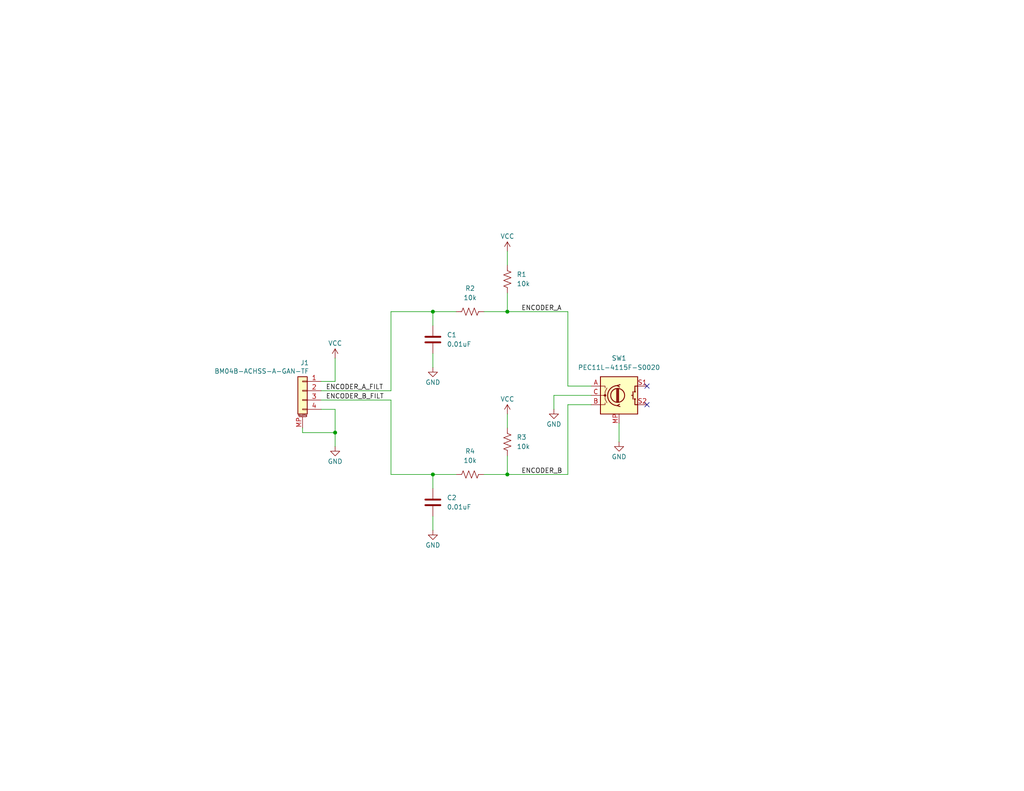
<source format=kicad_sch>
(kicad_sch (version 20231120) (generator "eeschema") (generator_version "8.0")
  (paper "A")
  (title_block (title "Ahsoka's Primary Lightsaber Encoder Board") (date "2024-06-13") (rev "0") (comment 1 "Isaac Rex"))
  (lib_symbols
    (symbol "Connector_Generic_MountingPin:Conn_01x04_MountingPin" (pin_names (offset 1.016) hide)
      (property "Reference" "J" (at 0 5.08 0))
      (property "Value" "Conn_01x04_MountingPin" (at 1.27 -7.62 0))
      (symbol "Conn_01x04_MountingPin_1_1"
        (rectangle (start -1.27 -4.953) (end 0 -5.207) (stroke (width 0.1524)))
        (rectangle (start -1.27 -2.413) (end 0 -2.667) (stroke (width 0.1524)))
        (rectangle (start -1.27 0.127) (end 0 -0.127) (stroke (width 0.1524)))
        (rectangle (start -1.27 2.667) (end 0 2.413) (stroke (width 0.1524)))
        (rectangle (start -1.27 3.81) (end 1.27 -6.35) (stroke (width 0.254)) (fill (type background)))
        (polyline (pts (xy -1.016 -7.112) (xy 1.016 -7.112)) (stroke (width 0.1524)))
        (text "Mounting" (at 0 -6.731 0) (effects (font (size 0.381 0.381))))
        (pin passive line (at -5.08 2.54 0) (length 3.81) (name "Pin_1") (number "1"))
        (pin passive line (at -5.08 0 0) (length 3.81) (name "Pin_2") (number "2"))
        (pin passive line (at -5.08 -2.54 0) (length 3.81) (name "Pin_3") (number "3"))
        (pin passive line (at -5.08 -5.08 0) (length 3.81) (name "Pin_4") (number "4"))
        (pin passive line (at 0 -10.16 90) (length 3.048) (name "MountPin") (number "MP"))
      )
    )
    (symbol "Device:C" (pin_numbers hide) (pin_names (offset 0.254))
      (property "Reference" "C" (at 0.635 2.54 0))
      (property "Value" "C" (at 0.635 -2.54 0))
      (symbol "C_0_1"
        (polyline (pts (xy -2.032 -0.762) (xy 2.032 -0.762)) (stroke (width 0.508)))
        (polyline (pts (xy -2.032 0.762) (xy 2.032 0.762)) (stroke (width 0.508)))
      )
      (symbol "C_1_1"
        (pin passive line (at 0 3.81 270) (length 2.794) (name "~") (number "1"))
        (pin passive line (at 0 -3.81 90) (length 2.794) (name "~") (number "2"))
      )
    )
    (symbol "Device:R_US" (pin_numbers hide) (pin_names (offset 0))
      (property "Reference" "R" (at 2.54 0 90))
      (property "Value" "R_US" (at -2.54 0 90))
      (symbol "R_US_0_1"
        (polyline (pts (xy 0 -2.286) (xy 0 -2.54)))
        (polyline (pts (xy 0 2.286) (xy 0 2.54)))
        (polyline (pts (xy 0 -0.762) (xy 1.016 -1.143) (xy 0 -1.524) (xy -1.016 -1.905) (xy 0 -2.286)))
        (polyline (pts (xy 0 0.762) (xy 1.016 0.381) (xy 0 0) (xy -1.016 -0.381) (xy 0 -0.762)))
        (polyline (pts (xy 0 2.286) (xy 1.016 1.905) (xy 0 1.524) (xy -1.016 1.143) (xy 0 0.762)))
      )
      (symbol "R_US_1_1"
        (pin passive line (at 0 3.81 270) (length 1.27) (name "~") (number "1"))
        (pin passive line (at 0 -3.81 90) (length 1.27) (name "~") (number "2"))
      )
    )
    (symbol "Device:RotaryEncoder_Switch_MP" (pin_names (offset 0.254) hide)
      (property "Reference" "SW" (at 0 8.89 0))
      (property "Value" "RotaryEncoder_Switch_MP" (at 0 6.35 0))
      (symbol "RotaryEncoder_Switch_MP_0_1"
        (rectangle (start -5.08 5.08) (end 5.08 -5.08) (stroke (width 0.254)) (fill (type background)))
        (circle (center -3.81 0) (radius 0.254) (fill (type outline)))
        (circle (center -0.381 0) (radius 1.905) (stroke (width 0.254)))
        (arc (start -0.381 2.667) (mid -3.0988 -0.0635) (end -0.381 -2.794) (stroke (width 0.254)))
        (polyline (pts (xy -0.635 -1.778) (xy -0.635 1.778)) (stroke (width 0.254)))
        (polyline (pts (xy -0.381 -1.778) (xy -0.381 1.778)) (stroke (width 0.254)))
        (polyline (pts (xy -0.127 1.778) (xy -0.127 -1.778)) (stroke (width 0.254)))
        (polyline (pts (xy 3.81 0) (xy 3.429 0)) (stroke (width 0.254)))
        (polyline (pts (xy 3.81 1.016) (xy 3.81 -1.016)) (stroke (width 0.254)))
        (polyline (pts (xy -5.08 -2.54) (xy -3.81 -2.54) (xy -3.81 -2.032)))
        (polyline (pts (xy -5.08 2.54) (xy -3.81 2.54) (xy -3.81 2.032)))
        (polyline (pts (xy 0.254 -3.048) (xy -0.508 -2.794) (xy 0.127 -2.413)) (stroke (width 0.254)))
        (polyline (pts (xy 0.254 2.921) (xy -0.508 2.667) (xy 0.127 2.286)) (stroke (width 0.254)))
        (polyline (pts (xy 5.08 -2.54) (xy 4.318 -2.54) (xy 4.318 -1.016)) (stroke (width 0.254)))
        (polyline (pts (xy 5.08 2.54) (xy 4.318 2.54) (xy 4.318 1.016)) (stroke (width 0.254)))
        (polyline (pts (xy -5.08 0) (xy -3.81 0) (xy -3.81 -1.016) (xy -3.302 -2.032)))
        (polyline (pts (xy -4.318 0) (xy -3.81 0) (xy -3.81 1.016) (xy -3.302 2.032)))
        (circle (center 4.318 -1.016) (radius 0.127) (stroke (width 0.254)))
        (circle (center 4.318 1.016) (radius 0.127) (stroke (width 0.254)))
      )
      (symbol "RotaryEncoder_Switch_MP_1_1"
        (pin passive line (at -7.62 2.54 0) (length 2.54) (name "A") (number "A"))
        (pin passive line (at -7.62 -2.54 0) (length 2.54) (name "B") (number "B"))
        (pin passive line (at -7.62 0 0) (length 2.54) (name "C") (number "C"))
        (pin passive line (at 0 -7.62 90) (length 2.54) (name "MP") (number "MP"))
        (pin passive line (at 7.62 2.54 180) (length 2.54) (name "S1") (number "S1"))
        (pin passive line (at 7.62 -2.54 180) (length 2.54) (name "S2") (number "S2"))
      )
    )
    (symbol "power:GND" (power) (pin_numbers hide) (pin_names (offset 0) hide)
      (property "Value" "GND" (at 0 -3.81 0))
      (symbol "GND_0_1"
        (polyline (pts (xy 0 0) (xy 0 -1.27) (xy 1.27 -1.27) (xy 0 -2.54) (xy -1.27 -1.27) (xy 0 -1.27)))
      )
      (symbol "GND_1_1"
        (pin power_in line (at 0 0 270) (length 0) (name "~") (number "1"))
      )
    )
    (symbol "power:VCC" (power) (pin_numbers hide) (pin_names (offset 0) hide)
      (property "Value" "VCC" (at 0 3.556 0))
      (symbol "VCC_0_1"
        (polyline (pts (xy -0.762 1.27) (xy 0 2.54)))
        (polyline (pts (xy 0 0) (xy 0 2.54)))
        (polyline (pts (xy 0 2.54) (xy 0.762 1.27)))
      )
      (symbol "VCC_1_1"
        (pin power_in line (at 0 0 90) (length 0) (name "~") (number "1"))
      )
    )
  )
  (junction (at 138.43 129.54))
  (junction (at 91.44 118.11))
  (junction (at 138.43 85.09))
  (junction (at 118.11 85.09))
  (junction (at 118.11 129.54))
  (no_connect (at 176.53 105.41))
  (no_connect (at 176.53 110.49))
  (wire (pts (xy 91.44 104.14) (xy 87.63 104.14)))
  (wire (pts (xy 91.44 97.79) (xy 91.44 104.14)))
  (wire (pts (xy 138.43 129.54) (xy 154.94 129.54)))
  (wire (pts (xy 106.68 129.54) (xy 118.11 129.54)))
  (wire (pts (xy 138.43 80.01) (xy 138.43 85.09)))
  (wire (pts (xy 82.55 116.84) (xy 82.55 118.11)))
  (wire (pts (xy 154.94 105.41) (xy 154.94 85.09)))
  (wire (pts (xy 118.11 96.52) (xy 118.11 100.33)))
  (wire (pts (xy 91.44 111.76) (xy 87.63 111.76)))
  (wire (pts (xy 138.43 113.03) (xy 138.43 116.84)))
  (wire (pts (xy 106.68 106.68) (xy 87.63 106.68)))
  (wire (pts (xy 132.08 129.54) (xy 138.43 129.54)))
  (wire (pts (xy 118.11 133.35) (xy 118.11 129.54)))
  (wire (pts (xy 151.13 107.95) (xy 161.29 107.95)))
  (wire (pts (xy 168.91 115.57) (xy 168.91 120.65)))
  (wire (pts (xy 91.44 121.92) (xy 91.44 118.11)))
  (wire (pts (xy 154.94 129.54) (xy 154.94 110.49)))
  (wire (pts (xy 118.11 129.54) (xy 124.46 129.54)))
  (wire (pts (xy 91.44 118.11) (xy 91.44 111.76)))
  (wire (pts (xy 118.11 85.09) (xy 124.46 85.09)))
  (wire (pts (xy 154.94 105.41) (xy 161.29 105.41)))
  (wire (pts (xy 132.08 85.09) (xy 138.43 85.09)))
  (wire (pts (xy 106.68 129.54) (xy 106.68 109.22)))
  (wire (pts (xy 82.55 118.11) (xy 91.44 118.11)))
  (wire (pts (xy 138.43 85.09) (xy 154.94 85.09)))
  (wire (pts (xy 106.68 109.22) (xy 87.63 109.22)))
  (wire (pts (xy 138.43 124.46) (xy 138.43 129.54)))
  (wire (pts (xy 118.11 140.97) (xy 118.11 144.78)))
  (wire (pts (xy 151.13 107.95) (xy 151.13 111.76)))
  (wire (pts (xy 154.94 110.49) (xy 161.29 110.49)))
  (wire (pts (xy 106.68 85.09) (xy 106.68 106.68)))
  (wire (pts (xy 106.68 85.09) (xy 118.11 85.09)))
  (wire (pts (xy 138.43 68.58) (xy 138.43 72.39)))
  (wire (pts (xy 118.11 88.9) (xy 118.11 85.09)))
  (label "ENCODER_B" (at 142.24 129.54 0))
  (label "ENCODER_A_FILT" (at 88.9 106.68 0))
  (label "ENCODER_A" (at 142.24 85.09 0))
  (label "ENCODER_B_FILT" (at 88.9 109.22 0))
  (symbol (lib_id "power:GND") (at 118.11 100.33 0) (unit 1)
    (property "Reference" "#PWR03" (effects (hide yes)))
    (property "Value" "GND" (at 118.11 104.394 0))
    (property "Description" "Power symbol creates a global label with name \"GND\" , ground" (effects (hide yes)))
  )
  (symbol (lib_id "Device:R_US") (at 138.43 120.65 0) (unit 1)
    (property "Reference" "R3" (at 140.97 119.3799 0) (effects (justify left)))
    (property "Value" "10k" (at 140.97 121.9199 0) (effects (justify left)))
    (property "Footprint" "Resistor_SMD:R_0603_1608Metric_Pad0.98x0.95mm_HandSolder" (effects (hide yes)))
    (property "Description" "Resistor, US symbol" (effects (hide yes)))
    (property "DigiKey PN" "CR0603-FX-1002ELFCT-ND" (effects (hide yes)))
  )
  (symbol (lib_id "Connector_Generic_MountingPin:Conn_01x04_MountingPin") (at 82.55 106.68 0) (mirror y) (unit 1)
    (property "Reference" "J1" (at 84.328 99.06 0) (effects (justify left)))
    (property "Value" "BM04B-ACHSS-A-GAN-TF" (at 84.328 101.346 0) (effects (justify left)))
    (property "Footprint" "Connector_JST:JST_ACH_BM04B-ACHSS-A-GAN-ETF_1x04-1MP_P1.20mm_Vertical" (effects (hide yes)))
    (property "Description" "Generic connectable mounting pin connector, single row, 01x04, script generated (kicad-library-utils/schlib/autogen/connector/)" (effects (hide yes)))
    (property "DigiKey PN" "455-BM04B-ACHSS-A-GAN-TFCT-ND" (effects (hide yes)))
  )
  (symbol (lib_id "power:VCC") (at 91.44 97.79 0) (mirror y) (unit 1)
    (property "Reference" "#PWR02" (effects (hide yes)))
    (property "Value" "VCC" (at 91.44 93.726 0))
    (property "Description" "Power symbol creates a global label with name \"VCC\"" (effects (hide yes)))
  )
  (symbol (lib_id "power:VCC") (at 138.43 113.03 0) (unit 1)
    (property "Reference" "#PWR05" (effects (hide yes)))
    (property "Value" "VCC" (at 138.43 108.966 0))
    (property "Description" "Power symbol creates a global label with name \"VCC\"" (effects (hide yes)))
  )
  (symbol (lib_id "Device:R_US") (at 128.27 85.09 90) (unit 1)
    (property "Reference" "R2" (at 128.27 78.74 90))
    (property "Value" "10k" (at 128.27 81.28 90))
    (property "Footprint" "Resistor_SMD:R_0603_1608Metric_Pad0.98x0.95mm_HandSolder" (effects (hide yes)))
    (property "Description" "Resistor, US symbol" (effects (hide yes)))
    (property "DigiKey PN" "CR0603-FX-1002ELFCT-ND" (effects (hide yes)))
  )
  (symbol (lib_id "Device:C") (at 118.11 92.71 0) (unit 1)
    (property "Reference" "C1" (at 121.92 91.4399 0) (effects (justify left)))
    (property "Value" "0.01uF" (at 121.92 93.9799 0) (effects (justify left)))
    (property "Footprint" "Capacitor_SMD:C_0603_1608Metric_Pad1.08x0.95mm_HandSolder" (effects (hide yes)))
    (property "Description" "Unpolarized capacitor" (effects (hide yes)))
    (property "DigiKey PN" "1276-CL10B103KB8NNNDCT-ND" (effects (hide yes)))
  )
  (symbol (lib_id "power:GND") (at 91.44 121.92 0) (mirror y) (unit 1)
    (property "Reference" "#PWR07" (effects (hide yes)))
    (property "Value" "GND" (at 91.44 125.984 0))
    (property "Description" "Power symbol creates a global label with name \"GND\" , ground" (effects (hide yes)))
  )
  (symbol (lib_id "power:GND") (at 118.11 144.78 0) (unit 1)
    (property "Reference" "#PWR08" (effects (hide yes)))
    (property "Value" "GND" (at 118.11 148.844 0))
    (property "Description" "Power symbol creates a global label with name \"GND\" , ground" (effects (hide yes)))
  )
  (symbol (lib_id "Device:C") (at 118.11 137.16 0) (unit 1)
    (property "Reference" "C2" (at 121.92 135.8899 0) (effects (justify left)))
    (property "Value" "0.01uF" (at 121.92 138.4299 0) (effects (justify left)))
    (property "Footprint" "Capacitor_SMD:C_0603_1608Metric_Pad1.08x0.95mm_HandSolder" (effects (hide yes)))
    (property "Description" "Unpolarized capacitor" (effects (hide yes)))
    (property "DigiKey PN" "1276-CL10B103KB8NNNDCT-ND" (effects (hide yes)))
  )
  (symbol (lib_id "Device:R_US") (at 138.43 76.2 0) (unit 1)
    (property "Reference" "R1" (at 140.97 74.9299 0) (effects (justify left)))
    (property "Value" "10k" (at 140.97 77.4699 0) (effects (justify left)))
    (property "Footprint" "Resistor_SMD:R_0603_1608Metric_Pad0.98x0.95mm_HandSolder" (effects (hide yes)))
    (property "Description" "Resistor, US symbol" (effects (hide yes)))
    (property "DigiKey PN" "CR0603-FX-1002ELFCT-ND" (effects (hide yes)))
  )
  (symbol (lib_id "power:GND") (at 168.91 120.65 0) (unit 1)
    (property "Reference" "#PWR06" (effects (hide yes)))
    (property "Value" "GND" (at 168.91 124.714 0))
    (property "Description" "Power symbol creates a global label with name \"GND\" , ground" (effects (hide yes)))
  )
  (symbol (lib_id "power:VCC") (at 138.43 68.58 0) (unit 1)
    (property "Reference" "#PWR01" (effects (hide yes)))
    (property "Value" "VCC" (at 138.43 64.516 0))
    (property "Description" "Power symbol creates a global label with name \"VCC\"" (effects (hide yes)))
  )
  (symbol (lib_id "power:GND") (at 151.13 111.76 0) (unit 1)
    (property "Reference" "#PWR04" (effects (hide yes)))
    (property "Value" "GND" (at 151.13 115.824 0))
    (property "Description" "Power symbol creates a global label with name \"GND\" , ground" (effects (hide yes)))
  )
  (symbol (lib_id "Device:RotaryEncoder_Switch_MP") (at 168.91 107.95 0) (unit 1)
    (property "Reference" "SW1" (at 168.91 97.79 0))
    (property "Value" "PEC11L-4115F-S0020" (at 168.91 100.33 0))
    (property "Footprint" "irex_Rotary_Encoder:RotaryEncodoer_Bourns_Vertical_PEC11L-4xxxF-Sxxxx_ShieldPads" (effects (hide yes)))
    (property "Description" "Rotary encoder, dual channel, incremental quadrate outputs, with switch and MP Pin" (effects (hide yes)))
    (property "DigiKey PN" "PEC11L-4115F-S0020-ND" (effects (hide yes)))
  )
  (symbol (lib_id "Device:R_US") (at 128.27 129.54 90) (unit 1)
    (property "Reference" "R4" (at 128.27 123.19 90))
    (property "Value" "10k" (at 128.27 125.73 90))
    (property "Footprint" "Resistor_SMD:R_0603_1608Metric_Pad0.98x0.95mm_HandSolder" (effects (hide yes)))
    (property "Description" "Resistor, US symbol" (effects (hide yes)))
    (property "DigiKey PN" "CR0603-FX-1002ELFCT-ND" (effects (hide yes)))
  )
)
</source>
